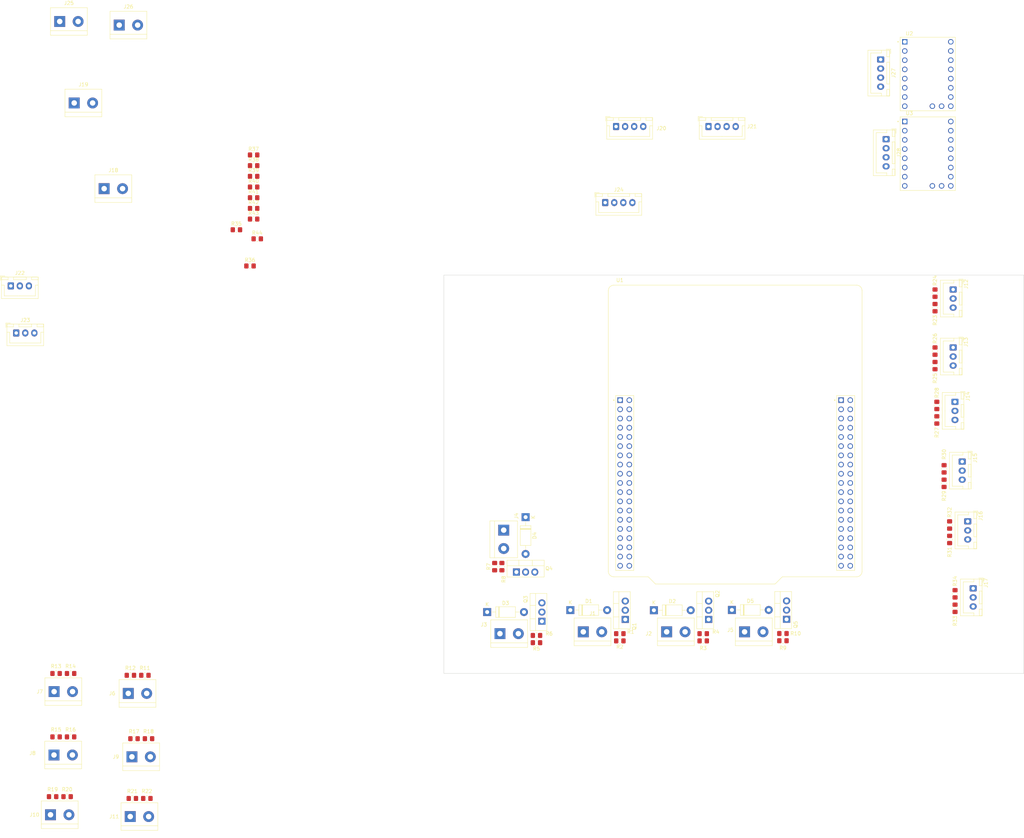
<source format=kicad_pcb>
(kicad_pcb (version 20240108) (generator "pcbnew") (generator_version "8.0")
  (layers (0 "F.Cu" signal) (31 "B.Cu" signal) (34 "B.Paste" user) (35 "F.Paste" user) (36 "B.SilkS" user "B.Silkscreen") (37 "F.SilkS" user "F.Silkscreen") (38 "B.Mask" user) (39 "F.Mask" user) (44 "Edge.Cuts" user))
  (net 0 "")
  (net 1 "+12V")
  (net 2 "Net-(D1-A)")
  (net 3 "Net-(D2-A)")
  (net 4 "Net-(D3-A)")
  (net 5 "Net-(D4-A)")
  (net 6 "Net-(D5-A)")
  (net 7 "+5V")
  (net 8 "Net-(J6-Pin_1)")
  (net 9 "Net-(J7-Pin_1)")
  (net 10 "Net-(J8-Pin_1)")
  (net 11 "Net-(J9-Pin_1)")
  (net 12 "Net-(J10-Pin_1)")
  (net 13 "Net-(J11-Pin_1)")
  (net 14 "Net-(J12-Pin_2)")
  (net 15 "GND")
  (net 16 "Net-(J13-Pin_2)")
  (net 17 "Net-(J14-Pin_2)")
  (net 18 "Net-(J15-Pin_2)")
  (net 19 "Net-(J16-Pin_2)")
  (net 20 "Net-(J17-Pin_2)")
  (net 21 "Net-(J18-Pin_1)")
  (net 22 "Net-(J19-Pin_1)")
  (net 23 "/A levi")
  (net 24 "/B levi")
  (net 25 "/B desni")
  (net 26 "/A desni")
  (net 27 "Net-(J22-Pin_2)")
  (net 28 "/PWM servo")
  (net 29 "/SDA")
  (net 30 "/SCL")
  (net 31 "/M1B_1")
  (net 32 "/M2A_1")
  (net 33 "/M2B_1")
  (net 34 "/M2B_2")
  (net 35 "/M1A_2")
  (net 36 "/M1B_2")
  (net 37 "Net-(Q1-G)")
  (net 38 "Net-(Q2-G)")
  (net 39 "Net-(Q3-G)")
  (net 40 "Net-(Q4-G)")
  (net 41 "Net-(Q5-G)")
  (net 42 "/Pumpa 1")
  (net 43 "/Pumpa 5")
  (net 44 "/Pumpa 2")
  (net 45 "/Pumpa 3")
  (net 46 "/Pumpa 4")
  (net 47 "/GP id")
  (net 48 "/GP il")
  (net 49 "/GP dl")
  (net 50 "/GP dd")
  (net 51 "/GP gl")
  (net 52 "/GP gd")
  (net 53 "/SICK dp")
  (net 54 "/SICK dz")
  (net 55 "/SICK gzl")
  (net 56 "/SICK gzd")
  (net 57 "/SICK gnl")
  (net 58 "/SICK gnd")
  (net 59 "/Boja")
  (net 60 "/STRAT")
  (net 61 "/Cinc")
  (net 62 "Net-(U3-MS1)")
  (net 63 "Net-(U3-MS2)")
  (net 64 "Net-(U2-MS1)")
  (net 65 "Net-(U2-MS2)")
  (net 67 "/TMC EN1")
  (net 68 "/DIR")
  (net 73 "/STEP")
  (net 117 "/M1A_1")
  (net 118 "Net-(J28-Pin_1)")
  (footprint "Package_TO_SOT_THT:TO-220-3_Vertical" (layer "F.Cu") (at 161.54 184.58 90)
    (property "Reference" "Q3" (at 6.08 -4.5 90) (layer "F.SilkS"))
    (property "Value" "IRLZ44N")
    (pad "1" thru_hole rect (at 0 0 90) (size 1.905 2) (drill 1.1) (layers "*.Cu" "*.Mask") (net 39 "Net-(Q3-G)"))
    (pad "2" thru_hole oval (at 2.54 0 90) (size 1.905 2) (drill 1.1) (layers "*.Cu" "*.Mask") (net 4 "Net-(D3-A)"))
    (pad "3" thru_hole oval (at 5.08 0 90) (size 1.905 2) (drill 1.1) (layers "*.Cu" "*.Mask") (net 15 "GND"))
  )
  (footprint "Resistor_SMD:R_0805_2012Metric_Pad1.20x1.40mm_HandSolder" (layer "F.Cu") (at 26.54 233 180)
    (property "Reference" "R19" (at 0 2 360) (layer "F.SilkS"))
    (property "Value" "5k6")
    (pad "1" smd roundrect (at -1 0 180) (size 1.2 1.4) (layers "F.Cu" "F.Paste" "F.Mask") (roundrect_rratio 0.208333) (net 51 "/GP gl"))
    (pad "2" smd roundrect (at 1 0 180) (size 1.2 1.4) (layers "F.Cu" "F.Paste" "F.Mask") (roundrect_rratio 0.208333) (net 12 "Net-(J10-Pin_1)"))
  )
  (footprint "Connector_JST:JST_XH_B3B-XH-A_1x03_P2.50mm_Vertical" (layer "F.Cu") (at 280.525 175.5 -90)
    (property "Reference" "J17" (at -1.5 -3.5 90) (layer "F.SilkS"))
    (property "Value" "Senzor gnd")
    (pad "1" thru_hole roundrect (at 0 0 270) (size 1.7 1.95) (drill 0.95) (layers "*.Cu" "*.Mask") (roundrect_rratio 0.147059) (net 15 "GND"))
    (pad "2" thru_hole oval (at 2.5 0 270) (size 1.7 1.95) (drill 0.95) (layers "*.Cu" "*.Mask") (net 20 "Net-(J17-Pin_2)"))
    (pad "3" thru_hole oval (at 5 0 270) (size 1.7 1.95) (drill 0.95) (layers "*.Cu" "*.Mask") (net 1 "+12V"))
  )
  (footprint "Resistor_SMD:R_0805_2012Metric_Pad1.20x1.40mm_HandSolder" (layer "F.Cu") (at 150.5 169.5 -90)
    (property "Reference" "R8" (at 3.5 -0.5 90) (layer "F.SilkS"))
    (property "Value" "220")
    (pad "1" smd roundrect (at -1 0 270) (size 1.2 1.4) (layers "F.Cu" "F.Paste" "F.Mask") (roundrect_rratio 0.208333) (net 45 "/Pumpa 3"))
    (pad "2" smd roundrect (at 1 0 270) (size 1.2 1.4) (layers "F.Cu" "F.Paste" "F.Mask") (roundrect_rratio 0.208333) (net 40 "Net-(Q4-G)"))
  )
  (footprint "Resistor_SMD:R_0805_2012Metric_Pad1.20x1.40mm_HandSolder" (layer "F.Cu") (at 52.54 233.5 180)
    (property "Reference" "R22" (at 0 2 360) (layer "F.SilkS"))
    (property "Value" "10k")
    (pad "1" smd roundrect (at -1 0 180) (size 1.2 1.4) (layers "F.Cu" "F.Paste" "F.Mask") (roundrect_rratio 0.208333) (net 15 "GND"))
    (pad "2" smd roundrect (at 1 0 180) (size 1.2 1.4) (layers "F.Cu" "F.Paste" "F.Mask") (roundrect_rratio 0.208333) (net 52 "/GP gd"))
  )
  (footprint "TMC2209:TMC2209" (layer "F.Cu") (at 268 55.5)
    (property "Reference" "U3" (at -5.075 -11.155 0) (layer "F.SilkS"))
    (property "Value" "TMC2209")
    (pad "1" thru_hole rect (at -6.35 -8.89) (size 1.508 1.508) (drill 1) (layers "*.Cu" "*.Mask") (net 15 "GND"))
    (pad "2" thru_hole circle (at -6.35 -6.35) (size 1.508 1.508) (drill 1) (layers "*.Cu" "*.Mask") (net 7 "+5V"))
    (pad "3" thru_hole circle (at -6.35 -3.81) (size 1.508 1.508) (drill 1) (layers "*.Cu" "*.Mask") (net 118 "Net-(J28-Pin_1)"))
    (pad "4" thru_hole circle (at -6.35 -1.27) (size 1.508 1.508) (drill 1) (layers "*.Cu" "*.Mask") (net 35 "/M1A_2"))
    (pad "5" thru_hole circle (at -6.35 1.27) (size 1.508 1.508) (drill 1) (layers "*.Cu" "*.Mask") (net 36 "/M1B_2"))
    (pad "6" thru_hole circle (at -6.35 3.81) (size 1.508 1.508) (drill 1) (layers "*.Cu" "*.Mask") (net 34 "/M2B_2"))
    (pad "7" thru_hole circle (at -6.35 6.35) (size 1.508 1.508) (drill 1) (layers "*.Cu" "*.Mask") (net 15 "GND"))
    (pad "8" thru_hole circle (at -6.35 8.89) (size 1.508 1.508) (drill 1) (layers "*.Cu" "*.Mask") (net 1 "+12V"))
    (pad "9" thru_hole circle (at 6.35 -8.89) (size 1.508 1.508) (drill 1) (layers "*.Cu" "*.Mask") (net 68 "/DIR"))
    (pad "10" thru_hole circle (at 6.35 -6.35) (size 1.508 1.508) (drill 1) (layers "*.Cu" "*.Mask") (net 73 "/STEP"))
    (pad "11" thru_hole circle (at 6.35 -3.81) (size 1.508 1.508) (drill 1) (layers "*.Cu" "*.Mask"))
    (pad "12" thru_hole circle (at 6.35 -1.27) (size 1.508 1.508) (drill 1) (layers "*.Cu" "*.Mask"))
    (pad "13" thru_hole circle (at 6.35 1.27) (size 1.508 1.508) (drill 1) (layers "*.Cu" "*.Mask"))
    (pad "14" thru_hole circle (at 6.35 3.81) (size 1.508 1.508) (drill 1) (layers "*.Cu" "*.Mask") (net 63 "Net-(U3-MS2)"))
    (pad "15" thru_hole circle (at 6.35 6.35) (size 1.508 1.508) (drill 1) (layers "*.Cu" "*.Mask") (net 62 "Net-(U3-MS1)"))
    (pad "16" thru_hole circle (at 6.35 8.89) (size 1.508 1.508) (drill 1) (layers "*.Cu" "*.Mask") (net 67 "/TMC EN1"))
    (pad "17" thru_hole circle (at 1.27 8.89) (size 1.508 1.508) (drill 1) (layers "*.Cu" "*.Mask"))
    (pad "18" thru_hole circle (at 3.81 8.89) (size 1.508 1.508) (drill 1) (layers "*.Cu" "*.Mask"))
  )
  (footprint "Resistor_SMD:R_0805_2012Metric_Pad1.20x1.40mm_HandSolder" (layer "F.Cu") (at 228.04 189.96 180)
    (property "Reference" "R9" (at 0 -2 360) (layer "F.SilkS"))
    (property "Value" "10k")
    (pad "1" smd roundrect (at -1 0 180) (size 1.2 1.4) (layers "F.Cu" "F.Paste" "F.Mask") (roundrect_rratio 0.208333) (net 15 "GND"))
    (pad "2" smd roundrect (at 1 0 180) (size 1.2 1.4) (layers "F.Cu" "F.Paste" "F.Mask") (roundrect_rratio 0.208333) (net 46 "/Pumpa 4"))
  )
  (footprint "Resistor_SMD:R_0805_2012Metric_Pad1.20x1.40mm_HandSolder" (layer "F.Cu") (at 272.5 146.5 -90)
    (property "Reference" "R29" (at 3.5 0 90) (layer "F.SilkS"))
    (property "Value" "6k8")
    (pad "1" smd roundrect (at -1 0 270) (size 1.2 1.4) (layers "F.Cu" "F.Paste" "F.Mask") (roundrect_rratio 0.208333) (net 56 "/SICK gzd"))
    (pad "2" smd roundrect (at 1 0 270) (size 1.2 1.4) (layers "F.Cu" "F.Paste" "F.Mask") (roundrect_rratio 0.208333) (net 18 "Net-(J15-Pin_2)"))
  )
  (footprint "Resistor_SMD:R_0805_2012Metric_Pad1.20x1.40mm_HandSolder" (layer "F.Cu") (at 275.525 177 -90)
    (property "Reference" "R34" (at -3.5 0 90) (layer "F.SilkS"))
    (property "Value" "2k2")
    (pad "1" smd roundrect (at -1 0 270) (size 1.2 1.4) (layers "F.Cu" "F.Paste" "F.Mask") (roundrect_rratio 0.208333) (net 15 "GND"))
    (pad "2" smd roundrect (at 1 0 270) (size 1.2 1.4) (layers "F.Cu" "F.Paste" "F.Mask") (roundrect_rratio 0.208333) (net 58 "/SICK gnd"))
  )
  (footprint "Package_TO_SOT_THT:TO-220-3_Vertical" (layer "F.Cu") (at 154.5 171)
    (property "Reference" "Q4" (at 9 -1 360) (layer "F.SilkS"))
    (property "Value" "IRLZ44N")
    (pad "1" thru_hole rect (at 0 0) (size 1.905 2) (drill 1.1) (layers "*.Cu" "*.Mask") (net 40 "Net-(Q4-G)"))
    (pad "2" thru_hole oval (at 2.54 0) (size 1.905 2) (drill 1.1) (layers "*.Cu" "*.Mask") (net 5 "Net-(D4-A)"))
    (pad "3" thru_hole oval (at 5.08 0) (size 1.905 2) (drill 1.1) (layers "*.Cu" "*.Mask") (net 15 "GND"))
  )
  (footprint "Resistor_SMD:R_0805_2012Metric_Pad1.20x1.40mm_HandSolder" (layer "F.Cu") (at 160.04 190.5 180)
    (property "Reference" "R5" (at 0 -1.65 360) (layer "F.SilkS"))
    (property "Value" "10k")
    (pad "1" smd roundrect (at -1 0 180) (size 1.2 1.4) (layers "F.Cu" "F.Paste" "F.Mask") (roundrect_rratio 0.208333) (net 15 "GND"))
    (pad "2" smd roundrect (at 1 0 180) (size 1.2 1.4) (layers "F.Cu" "F.Paste" "F.Mask") (roundrect_rratio 0.208333) (net 44 "/Pumpa 2"))
  )
  (footprint "TerminalBlock:TerminalBlock_bornier-2_P5.08mm" (layer "F.Cu") (at 44.92 20)
    (property "Reference" "J26" (at 2.54 -5.08 0) (layer "F.SilkS"))
    (property "Value" "5V")
    (pad "1" thru_hole rect (at 0 0) (size 3 3) (drill 1.52) (layers "*.Cu" "*.Mask") (net 15 "GND"))
    (pad "2" thru_hole circle (at 5.08 0) (size 3 3) (drill 1.52) (layers "*.Cu" "*.Mask") (net 7 "+5V"))
  )
  (footprint "TerminalBlock:TerminalBlock_bornier-2_P5.08mm" (layer "F.Cu") (at 26.96 204)
    (property "Reference" "J7" (at -3.96 0 0) (layer "F.SilkS"))
    (property "Value" "Granicni prekidac il")
    (pad "1" thru_hole rect (at 0 0) (size 3 3) (drill 1.52) (layers "*.Cu" "*.Mask") (net 9 "Net-(J7-Pin_1)"))
    (pad "2" thru_hole circle (at 5.08 0) (size 3 3) (drill 1.52) (layers "*.Cu" "*.Mask") (net 7 "+5V"))
  )
  (footprint "Connector_JST:JST_XH_B3B-XH-A_1x03_P2.50mm_Vertical" (layer "F.Cu") (at 277.5 140.5 -90)
    (property "Reference" "J15" (at -1 -3.55 90) (layer "F.SilkS"))
    (property "Value" "Senzor gzd")
    (pad "1" thru_hole roundrect (at 0 0 270) (size 1.7 1.95) (drill 0.95) (layers "*.Cu" "*.Mask") (roundrect_rratio 0.147059) (net 15 "GND"))
    (pad "2" thru_hole oval (at 2.5 0 270) (size 1.7 1.95) (drill 0.95) (layers "*.Cu" "*.Mask") (net 18 "Net-(J15-Pin_2)"))
    (pad "3" thru_hole oval (at 5 0 270) (size 1.7 1.95) (drill 0.95) (layers "*.Cu" "*.Mask") (net 1 "+12V"))
  )
  (footprint "Resistor_SMD:R_0805_2012Metric_Pad1.20x1.40mm_HandSolder" (layer "F.Cu") (at 275.525 181 -90)
    (property "Reference" "R33" (at 3.5 0 90) (layer "F.SilkS"))
    (property "Value" "6k8")
    (pad "1" smd roundrect (at -1 0 270) (size 1.2 1.4) (layers "F.Cu" "F.Paste" "F.Mask") (roundrect_rratio 0.208333) (net 58 "/SICK gnd"))
    (pad "2" smd roundrect (at 1 0 270) (size 1.2 1.4) (layers "F.Cu" "F.Paste" "F.Mask") (roundrect_rratio 0.208333) (net 20 "Net-(J17-Pin_2)"))
  )
  (footprint "Package_TO_SOT_THT:TO-220-3_Vertical" (layer "F.Cu") (at 207.54 184.08 90)
    (property "Reference" "Q2" (at 7.08 2.46 90) (layer "F.SilkS"))
    (property "Value" "IRLZ44N")
    (pad "1" thru_hole rect (at 0 0 90) (size 1.905 2) (drill 1.1) (layers "*.Cu" "*.Mask") (net 38 "Net-(Q2-G)"))
    (pad "2" thru_hole oval (at 2.54 0 90) (size 1.905 2) (drill 1.1) (layers "*.Cu" "*.Mask") (net 3 "Net-(D2-A)"))
    (pad "3" thru_hole oval (at 5.08 0 90) (size 1.905 2) (drill 1.1) (layers "*.Cu" "*.Mask") (net 15 "GND"))
  )
  (footprint "Resistor_SMD:R_0805_2012Metric_Pad1.20x1.40mm_HandSolder" (layer "F.Cu") (at 82 55.85)
    (property "Reference" "R37" (at 0 -1.65 0) (layer "F.SilkS"))
    (property "Value" "5k6")
    (pad "1" smd roundrect (at -1 0) (size 1.2 1.4) (layers "F.Cu" "F.Paste" "F.Mask") (roundrect_rratio 0.208333) (net 60 "/STRAT"))
    (pad "2" smd roundrect (at 1 0) (size 1.2 1.4) (layers "F.Cu" "F.Paste" "F.Mask") (roundrect_rratio 0.208333) (net 22 "Net-(J19-Pin_1)"))
  )
  (footprint "Resistor_SMD:R_0805_2012Metric_Pad1.20x1.40mm_HandSolder" (layer "F.Cu") (at 48.54 233.5 180)
    (property "Reference" "R21" (at 0 2 360) (layer "F.SilkS"))
    (property "Value" "5k6")
    (pad "1" smd roundrect (at -1 0 180) (size 1.2 1.4) (layers "F.Cu" "F.Paste" "F.Mask") (roundrect_rratio 0.208333) (net 52 "/GP gd"))
    (pad "2" smd roundrect (at 1 0 180) (size 1.2 1.4) (layers "F.Cu" "F.Paste" "F.Mask") (roundrect_rratio 0.208333) (net 13 "Net-(J11-Pin_1)"))
  )
  (footprint "TerminalBlock:TerminalBlock_bornier-2_P5.08mm" (layer "F.Cu") (at 47.96 238.5)
    (property "Reference" "J11" (at -4.42 0 0) (layer "F.SilkS"))
    (property "Value" "Granicni prekidac gd")
    (pad "1" thru_hole rect (at 0 0) (size 3 3) (drill 1.52) (layers "*.Cu" "*.Mask") (net 13 "Net-(J11-Pin_1)"))
    (pad "2" thru_hole circle (at 5.08 0) (size 3 3) (drill 1.52) (layers "*.Cu" "*.Mask") (net 7 "+5V"))
  )
  (footprint "TerminalBlock:TerminalBlock_bornier-2_P5.08mm" (layer "F.Cu") (at 32.5 41.5)
    (property "Reference" "J19" (at 2.54 -5.08 0) (layer "F.SilkS"))
    (property "Value" "Prekidac za strategije")
    (pad "1" thru_hole rect (at 0 0) (size 3 3) (drill 1.52) (layers "*.Cu" "*.Mask") (net 22 "Net-(J19-Pin_1)"))
    (pad "2" thru_hole circle (at 5.08 0) (size 3 3) (drill 1.52) (layers "*.Cu" "*.Mask") (net 7 "+5V"))
  )
  (footprint "Resistor_SMD:R_0805_2012Metric_Pad1.20x1.40mm_HandSolder" (layer "F.Cu") (at 270 114 -90)
    (property "Reference" "R25" (at 3.5 0 90) (layer "F.SilkS"))
    (property "Value" "6k8")
    (pad "1" smd roundrect (at -1 0 270) (size 1.2 1.4) (layers "F.Cu" "F.Paste" "F.Mask") (roundrect_rratio 0.208333) (net 54 "/SICK dz"))
    (pad "2" smd roundrect (at 1 0 270) (size 1.2 1.4) (layers "F.Cu" "F.Paste" "F.Mask") (roundrect_rratio 0.208333) (net 16 "Net-(J13-Pin_2)"))
  )
  (footprint "Resistor_SMD:R_0805_2012Metric_Pad1.20x1.40mm_HandSolder" (layer "F.Cu") (at 77.25 76.5)
    (property "Reference" "R35" (at 0 -1.65 0) (layer "F.SilkS"))
    (property "Value" "5k6")
    (pad "1" smd roundrect (at -1 0) (size 1.2 1.4) (layers "F.Cu" "F.Paste" "F.Mask") (roundrect_rratio 0.208333) (net 59 "/Boja"))
    (pad "2" smd roundrect (at 1 0) (size 1.2 1.4) (layers "F.Cu" "F.Paste" "F.Mask") (roundrect_rratio 0.208333) (net 21 "Net-(J18-Pin_1)"))
  )
  (footprint "Resistor_SMD:R_0805_2012Metric_Pad1.20x1.40mm_HandSolder" (layer "F.Cu") (at 206.04 188)
    (property "Reference" "R4" (at 3.5 -0.5 360) (layer "F.SilkS"))
    (property "Value" "220")
    (pad "1" smd roundrect (at -1 0) (size 1.2 1.4) (layers "F.Cu" "F.Paste" "F.Mask") (roundrect_rratio 0.208333) (net 43 "/Pumpa 5"))
    (pad "2" smd roundrect (at 1 0) (size 1.2 1.4) (layers "F.Cu" "F.Paste" "F.Mask") (roundrect_rratio 0.208333) (net 38 "Net-(Q2-G)"))
  )
  (footprint "TerminalBlock:TerminalBlock_bornier-2_P5.08mm" (layer "F.Cu") (at 172.96 187.5)
    (property "Reference" "J1" (at 2.54 -5.08 360) (layer "F.SilkS"))
    (property "Value" "PUMPA1")
    (pad "1" thru_hole rect (at 0 0) (size 3 3) (drill 1.52) (layers "*.Cu" "*.Mask") (net 1 "+12V"))
    (pad "2" thru_hole circle (at 5.08 0) (size 3 3) (drill 1.52) (layers "*.Cu" "*.Mask") (net 2 "Net-(D1-A)"))
  )
  (footprint "Resistor_SMD:R_0805_2012Metric_Pad1.20x1.40mm_HandSolder" (layer "F.Cu") (at 83 79)
    (property "Reference" "R44" (at 0 -1.65 0) (layer "F.SilkS"))
    (property "Value" "10k")
    (pad "1" smd roundrect (at -1 0) (size 1.2 1.4) (layers "F.Cu" "F.Paste" "F.Mask") (roundrect_rratio 0.208333) (net 15 "GND"))
    (pad "2" smd roundrect (at 1 0) (size 1.2 1.4) (layers "F.Cu" "F.Paste" "F.Mask") (roundrect_rratio 0.208333) (net 65 "Net-(U2-MS2)"))
  )
  (footprint "Connector_JST:JST_XH_B4B-XH-A_1x04_P2.50mm_Vertical" (layer "F.Cu") (at 256.5 51.5 -90)
    (property "Reference" "J28" (at 3.75 -3.55 90) (layer "F.SilkS"))
    (property "Value" "TMC2209_2")
    (pad "1" thru_hole roundrect (at 0 0 270) (size 1.7 1.95) (drill 0.95) (layers "*.Cu" "*.Mask") (roundrect_rratio 0.147059) (net 118 "Net-(J28-Pin_1)"))
    (pad "2" thru_hole oval (at 2.5 0 270) (size 1.7 1.95) (drill 0.95) (layers "*.Cu" "*.Mask") (net 35 "/M1A_2"))
    (pad "3" thru_hole oval (at 5 0 270) (size 1.7 1.95) (drill 0.95) (layers "*.Cu" "*.Mask") (net 36 "/M1B_2"))
    (pad "4" thru_hole oval (at 7.5 0 270) (size 1.7 1.95) (drill 0.95) (layers "*.Cu" "*.Mask") (net 34 "/M2B_2"))
  )
  (footprint "TerminalBlock:TerminalBlock_bornier-2_P5.08mm" (layer "F.Cu") (at 195.96 187.5)
    (property "Reference" "J2" (at -4.96 0.5 360) (layer "F.SilkS"))
    (property "Value" "PUMPA ZA DASKE")
    (pad "1" thru_hole rect (at 0 0) (size 3 3) (drill 1.52) (layers "*.Cu" "*.Mask") (net 1 "+12V"))
    (pad "2" thru_hole circle (at 5.08 0) (size 3 3) (drill 1.52) (layers "*.Cu" "*.Mask") (net 3 "Net-(D2-A)"))
  )
  (footprint "TerminalBlock:TerminalBlock_bornier-2_P5.08mm" (layer "F.Cu") (at 151 159.42 -90)
    (property "Reference" "J4" (at -3.92 -3.5 90) (layer "F.SilkS"))
    (property "Value" "PUMPA3")
    (pad "1" thru_hole rect (at 0 0 270) (size 3 3) (drill 1.52) (layers "*.Cu" "*.Mask") (net 1 "+12V"))
    (pad "2" thru_hole circle (at 5.08 0 270) (size 3 3) (drill 1.52) (layers "*.Cu" "*.Mask") (net 5 "Net-(D4-A)"))
  )
  (footprint "Connector_JST:JST_XH_B3B-XH-A_1x03_P2.50mm_Vertical" (layer "F.Cu") (at 15 92)
    (property "Reference" "J22" (at 2.5 -3.55 0) (layer "F.SilkS"))
    (property "Value" "Cinc")
    (pad "1" thru_hole roundrect (at 0 0) (size 1.7 1.95) (drill 0.95) (layers "*.Cu" "*.Mask") (roundrect_rratio 0.147059) (net 15 "GND"))
    (pad "2" thru_hole oval (at 2.5 0) (size 1.7 1.95) (drill 0.95) (layers "*.Cu" "*.Mask") (net 27 "Net-(J22-Pin_2)"))
    (pad "3" thru_hole oval (at 5 0) (size 1.7 1.95) (drill 0.95) (layers "*.Cu" "*.Mask") (net 7 "+5V"))
  )
  (footprint "Resistor_SMD:R_0805_2012Metric_Pad1.20x1.40mm_HandSolder" (layer "F.Cu") (at 183.04 190 180)
    (property "Reference" "R2" (at 0 -1.65 360) (layer "F.SilkS"))
    (property "Value" "10k")
    (pad "1" smd roundrect (at -1 0 180) (size 1.2 1.4) (layers "F.Cu" "F.Paste" "F.Mask") (roundrect_rratio 0.208333) (net 15 "GND"))
    (pad "2" smd roundrect (at 1 0 180) (size 1.2 1.4) (layers "F.Cu" "F.Paste" "F.Mask") (roundrect_rratio 0.208333) (net 42 "/Pumpa 1"))
  )
  (footprint "Connector_JST:JST_XH_B3B-XH-A_1x03_P2.50mm_Vertical" (layer "F.Cu") (at 16.5 105)
    (property "Reference" "J23" (at 2.5 -3.55 0) (layer "F.SilkS"))
    (property "Value" "Servo")
    (pad "1" thru_hole roundrect (at 0 0) (size 1.7 1.95) (drill 0.95) (layers "*.Cu" "*.Mask") (roundrect_rratio 0.147059) (net 15 "GND"))
    (pad "2" thru_hole oval (at 2.5 0) (size 1.7 1.95) (drill 0.95) (layers "*.Cu" "*.Mask") (net 28 "/PWM servo"))
    (pad "3" thru_hole oval (at 5 0) (size 1.7 1.95) (drill 0.95) (layers "*.Cu" "*.Mask") (net 7 "+5V"))
  )
  (footprint "Connector_JST:JST_XH_B4B-XH-A_1x04_P2.50mm_Vertical" (layer "F.Cu") (at 255 29.5 -90)
    (property "Reference" "J27" (at 3.75 -3.55 90) (layer "F.SilkS"))
    (property "Value" "TMC2209_1")
    (pad "1" thru_hole roundrect (at 0 0 270) (size 1.7 1.95) (drill 0.95) (layers "*.Cu" "*.Mask") (roundrect_rratio 0.147059) (net 117 "/M1A_1"))
    (pad "2" thru_hole oval (at 2.5 0 270) (size 1.7 1.95) (drill 0.95) (layers "*.Cu" "*.Mask") (net 32 "/M2A_1"))
    (pad "3" thru_hole oval (at 5 0 270) (size 1.7 1.95) (drill 0.95) (layers "*.Cu" "*.Mask") (net 31 "/M1B_1"))
    (pad "4" thru_hole oval (at 7.5 0 270) (size 1.7 1.95) (drill 0.95) (layers "*.Cu" "*.Mask") (net 33 "/M2B_1"))
  )
  (footprint "Resistor_SMD:R_0805_2012Metric_Pad1.20x1.40mm_HandSolder" (layer "F.Cu") (at 31.5 199 180)
    (property "Reference" "R14" (at 0 2 360) (layer "F.SilkS"))
    (property "Value" "10k")
    (pad "1" smd roundrect (at -1 0 180) (size 1.2 1.4) (layers "F.Cu" "F.Paste" "F.Mask") (roundrect_rratio 0.208333) (net 15 "GND"))
    (pad "2" smd roundrect (at 1 0 180) (size 1.2 1.4) (layers "F.Cu" "F.Paste" "F.Mask") (roundrect_rratio 0.208333) (net 48 "/GP il"))
  )
  (footprint "TerminalBlock:TerminalBlock_bornier-2_P5.08mm" (layer "F.Cu") (at 40.76 65.15)
    (property "Reference" "J18" (at 2.54 -5.08 0) (layer "F.SilkS"))
    (property "Value" "Prekidac za boje")
    (pad "1" thru_hole rect (at 0 0) (size 3 3) (drill 1.52) (layers "*.Cu" "*.Mask") (net 21 "Net-(J18-Pin_1)"))
    (pad "2" thru_hole circle (at 5.08 0) (size 3 3) (drill 1.52) (layers "*.Cu" "*.Mask") (net 7 "+5V"))
  )
  (footprint "Resistor_SMD:R_0805_2012Metric_Pad1.20x1.40mm_HandSolder" (layer "F.Cu") (at 270.5 125 -90)
    (property "Reference" "R28" (at -3.5 0 90) (layer "F.SilkS"))
    (property "Value" "2k2")
    (pad "1" smd roundrect (at -1 0 270) (size 1.2 1.4) (layers "F.Cu" "F.Paste" "F.Mask") (roundrect_rratio 0.208333) (net 15 "GND"))
    (pad "2" smd roundrect (at 1 0 270) (size 1.2 1.4) (layers "F.Cu" "F.Paste" "F.Mask") (roundrect_rratio 0.208333) (net 55 "/SICK gzl"))
  )
  (footprint "Resistor_SMD:R_0805_2012Metric_Pad1.20x1.40mm_HandSolder" (layer "F.Cu") (at 160.04 188.5)
    (property "Reference" "R6" (at 3.5 -0.5 360) (layer "F.SilkS"))
    (property "Value" "220")
    (pad "1" smd roundrect (at -1 0) (size 1.2 1.4) (layers "F.Cu" "F.Paste" "F.Mask") (roundrect_rratio 0.208333) (net 44 "/Pumpa 2"))
    (pad "2" smd roundrect (at 1 0) (size 1.2 1.4) (layers "F.Cu" "F.Paste" "F.Mask") (roundrect_rratio 0.208333) (net 39 "Net-(Q3-G)"))
  )
  (footprint "Resistor_SMD:R_0805_2012Metric_Pad1.20x1.40mm_HandSolder" (layer "F.Cu") (at 272.5 142.5 -90)
    (property "Reference" "R30" (at -4 0 90) (layer "F.SilkS"))
    (property "Value" "2k2")
    (pad "1" smd roundrect (at -1 0 270) (size 1.2 1.4) (layers "F.Cu" "F.Paste" "F.Mask") (roundrect_rratio 0.208333) (net 15 "GND"))
    (pad "2" smd roundrect (at 1 0 270) (size 1.2 1.4) (layers "F.Cu" "F.Paste" "F.Mask") (roundrect_rratio 0.208333) (net 56 "/SICK gzd"))
  )
  (footprint "Resistor_SMD:R_0805_2012Metric_Pad1.20x1.40mm_HandSolder" (layer "F.Cu") (at 53 217 180)
    (property "Reference" "R18" (at 0 2 360) (layer "F.SilkS"))
    (property "Value" "10k")
    (pad "1" smd roundrect (at -1 0 180) (size 1.2 1.4) (layers "F.Cu" "F.Paste" "F.Mask") (roundrect_rratio 0.208333) (net 15 "GND"))
    (pad "2" smd roundrect (at 1 0 180) (size 1.2 1.4) (layers "F.Cu" "F.Paste" "F.Mask") (roundrect_rratio 0.208333) (net 50 "/GP dd"))
  )
  (footprint "Resistor_SMD:R_0805_2012Metric_Pad1.20x1.40mm_HandSolder" (layer "F.Cu") (at 82 61.75)
    (property "Reference" "R39" (at 0 -1.65 0) (layer "F.SilkS"))
    (property "Value" "5k6")
    (pad "1" smd roundrect (at -1 0) (size 1.2 1.4) (layers "F.Cu" "F.Paste" "F.Mask") (roundrect_rratio 0.208333) (net 61 "/Cinc"))
    (pad "2" smd roundrect (at 1 0) (size 1.2 1.4) (layers "F.Cu" "F.Paste" "F.Mask") (roundrect_rratio 0.208333) (net 27 "Net-(J22-Pin_2)"))
  )
  (footprint "Resistor_SMD:R_0805_2012Metric_Pad1.20x1.40mm_HandSolder" (layer "F.Cu") (at 270 94 -90)
    (property "Reference" "R24" (at -3.5 0 90) (layer "F.SilkS"))
    (property "Value" "2k2")
    (pad "1" smd roundrect (at -1 0 270) (size 1.2 1.4) (layers "F.Cu" "F.Paste" "F.Mask") (roundrect_rratio 0.208333) (net 15 "GND"))
    (pad "2" smd roundrect (at 1 0 270) (size 1.2 1.4) (layers "F.Cu" "F.Paste" "F.Mask") (roundrect_rratio 0.208333) (net 53 "/SICK dp"))
  )
  (footprint "TerminalBlock:TerminalBlock_bornier-2_P5.08mm" (layer "F.Cu") (at 26.92 221.5)
    (property "Reference" "J8" (at -5.92 -0.5 0) (layer "F.SilkS"))
    (property "Value" "Granicni prekidac dl")
    (pad "1" thru_hole rect (at 0 0) (size 3 3) (drill 1.52) (layers "*.Cu" "*.Mask") (net 10 "Net-(J8-Pin_1)"))
    (pad "2" thru_hole circle (at 5.08 0) (size 3 3) (drill 1.52) (layers "*.Cu" "*.Mask") (net 7 "+5V"))
  )
  (footprint "Resistor_SMD:R_0805_2012Metric_Pad1.20x1.40mm_HandSolder" (layer "F.Cu") (at 274.025 162 -90)
    (property "Reference" "R31" (at 3.5 0 90) (layer "F.SilkS"))
    (property "Value" "6k8")
    (pad "1" smd roundrect (at -1 0 270) (size 1.2 1.4) (layers "F.Cu" "F.Paste" "F.Mask") (roundrect_rratio 0.208333) (net 57 "/SICK gnl"))
    (pad "2" smd roundrect (at 1 0 270) (size 1.2 1.4) (layers "F.Cu" "F.Paste" "F.Mask") (roundrect_rratio 0.208333) (net 19 "Net-(J16-Pin_2)"))
  )
  (footprint "Resistor_SMD:R_0805_2012Metric_Pad1.20x1.40mm_HandSolder" (layer "F.Cu") (at 228.04 187.96)
    (property "Reference" "R10" (at 3.5 0 360) (layer "F.SilkS"))
    (property "Value" "220")
    (pad "1" smd roundrect (at -1 0) (size 1.2 1.4) (layers "F.Cu" "F.Paste" "F.Mask") (roundrect_rratio 0.208333) (net 46 "/Pumpa 4"))
    (pad "2" smd roundrect (at 1 0) (size 1.2 1.4) (layers "F.Cu" "F.Paste" "F.Mask") (roundrect_rratio 0.208333) (net 41 "Net-(Q5-G)"))
  )
  (footprint "TMC2209:TMC2209" (layer "F.Cu") (at 268 33.5)
    (property "Reference" "U2" (at -5.075 -11.155 0) (layer "F.SilkS"))
    (property "Value" "TMC2209")
    (pad "1" thru_hole rect (at -6.35 -8.89) (size 1.508 1.508) (drill 1) (layers "*.Cu" "*.Mask") (net 15 "GND"))
    (pad "2" thru_hole circle (at -6.35 -6.35) (size 1.508 1.508) (drill 1) (layers "*.Cu" "*.Mask") (net 7 "+5V"))
    (pad "3" thru_hole circle (at -6.35 -3.81) (size 1.508 1.508) (drill 1) (layers "*.Cu" "*.Mask") (net 117 "/M1A_1"))
    (pad "4" thru_hole circle (at -6.35 -1.27) (size 1.508 1.508) (drill 1) (layers "*.Cu" "*.Mask") (net 32 "/M2A_1"))
    (pad "5" thru_hole circle (at -6.35 1.27) (size 1.508 1.508) (drill 1) (layers "*.Cu" "*.Mask") (net 31 "/M1B_1"))
    (pad "6" thru_hole circle (at -6.35 3.81) (size 1.508 1.508) (drill 1) (layers "*.Cu" "*.Mask") (net 33 "/M2B_1"))
    (pad "7" thru_hole circle (at -6.35 6.35) (size 1.508 1.508) (drill 1) (layers "*.Cu" "*.Mask") (net 15 "GND"))
    (pad "8" thru_hole circle (at -6.35 8.89) (size 1.508 1.508) (drill 1) (layers "*.Cu" "*.Mask") (net 1 "+12V"))
    (pad "9" thru_hole circle (at 6.35 -8.89) (size 1.508 1.508) (drill 1) (layers "*.Cu" "*.Mask") (net 68 "/DIR"))
    (pad "10" thru_hole circle (at 6.35 -6.35) (size 1.508 1.508) (drill 1) (layers "*.Cu" "*.Mask") (net 73 "/STEP"))
    (pad "11" thru_hole circle (at 6.35 -3.81) (size 1.508 1.508) (drill 1) (layers "*.Cu" "*.Mask"))
    (pad "12" thru_hole circle (at 6.35 -1.27) (size 1.508 1.508) (drill 1) (layers "*.Cu" "*.Mask"))
    (pad "13" thru_hole circle (at 6.35 1.27) (size 1.508 1.508) (drill 1) (layers "*.Cu" "*.Mask"))
    (pad "14" thru_hole circle (at 6.35 3.81) (size 1.508 1.508) (drill 1) (layers "*.Cu" "*.Mask") (net 65 "Net-(U2-MS2)"))
    (pad "15" thru_hole circle (at 6.35 6.35) (size 1.508 1.508) (drill 1) (layers "*.Cu" "*.Mask") (net 64 "Net-(U2-MS1)"))
    (pad "16" thru_hole circle (at 6.35 8.89) (size 1.508 1.508) (drill 1) (layers "*.Cu" "*.Mask") (net 67 "/TMC EN1"))
    (pad "17" thru_hole circle (at 1.27 8.89) (size 1.508 1.508) (drill 1) (layers "*.Cu" "*.Mask"))
    (pad "18" thru_hole circle (at 3.81 8.89) (size 1.508 1.508) (drill 1) (layers "*.Cu" "*.Mask"))
  )
  (footprint "Connector_JST:JST_XH_B4B-XH-A_1x04_P2.50mm_Vertical" (layer "F.Cu") (at 182 48)
    (property "Reference" "J20" (at 12.5 0.5 0) (layer "F.SilkS"))
    (property "Value" "Enkoder levi")
    (pad "1" thru_hole roundrect (at 0 0) (size 1.7 1.95) (drill 0.95) (layers "*.Cu" "*.Mask") (roundrect_rratio 0.147059) (net 15 "GND"))
    (pad "2" thru_hole oval (at 2.5 0) (size 1.7 1.95) (drill 0.95) (layers "*.Cu" "*.Mask") (net 23 "/A levi"))
    (pad "3" thru_hole oval (at 5 0) (size 1.7 1.95) (drill 0.95) (layers "*.Cu" "*.Mask") (net 7 "+5V"))
    (pad "4" thru_hole oval (at 7.5 0) (size 1.7 1.95) (drill 0.95) (layers "*.Cu" "*.Mask") (net 24 "/B levi"))
  )
  (footprint "Connector_JST:JST_XH_B4B-XH-A_1x04_P2.50mm_Vertical" (layer "F.Cu") (at 179 69)
    (property "Reference" "J24" (at 3.75 -3.55 0) (layer "F.SilkS"))
    (property "Value" "LCD")
    (pad "1" thru_hole roundrect (at 0 0) (size 1.7 1.95) (drill 0.95) (layers "*.Cu" "*.Mask") (roundrect_rratio 0.147059) (net 15 "GND"))
    (pad "2" thru_hole oval (at 2.5 0) (size 1.7 1.95) (drill 0.95) (layers "*.Cu" "*.Mask") (net 29 "/SDA"))
    (pad "3" thru_hole oval (at 5 0) (size 1.7 1.95) (drill 0.95) (layers "*.Cu" "*.Mask") (net 30 "/SCL"))
    (pad "4" thru_hole oval (at 7.5 0) (size 1.7 1.95) (drill 0.95) (layers "*.Cu" "*.Mask") (net 7 "+5V"))
  )
  (footprint "Resistor_SMD:R_0805_2012Metric_Pad1.20x1.40mm_HandSolder" (layer "F.Cu") (at 148.5 169.5 90)
    (property "Reference" "R7" (at 0 -1.65 90) (layer "F.SilkS"))
    (property "Value" "10k")
    (pad "1" smd roundrect (at -1 0 90) (size 1.2 1.4) (layers "F.Cu" "F.Paste" "F.Mask") (roundrect_rratio 0.208333) (net 15 "GND"))
    (pad "2" smd roundrect (at 1 0 90) (size 1.2 1.4) (layers "F.Cu" "F.Paste" "F.Mask") (roundrect_rratio 0.208333) (net 45 "/Pumpa 3"))
  )
  (footprint "Resistor_SMD:R_0805_2012Metric_Pad1.20x1.40mm_HandSolder" (layer "F.Cu") (at 270.5 129 -90)
    (property "Reference" "R27" (at 3.5 0 90) (layer "F.SilkS"))
    (property "Value" "6k8")
    (pad "1" smd roundrect (at -1 0 270) (size 1.2 1.4) (layers "F.Cu" "F.Paste" "F.Mask") (roundrect_rratio 0.208333) (net 55 "/SICK gzl"))
    (pad "2" smd roundrect (at 1 0 270) (size 1.2 1.4) (layers "F.Cu" "F.Paste" "F.Mask") (roundrect_rratio 0.208333) (net 17 "Net-(J14-Pin_2)"))
  )
  (footprint "Connector_JST:JST_XH_B3B-XH-A_1x03_P2.50mm_Vertical" (layer "F.Cu") (at 279.025 157 -90)
    (property "Reference" "J16" (at -1.5 -3.55 90) (layer "F.SilkS"))
    (property "Value" "Senzor gnl")
    (pad "1" thru_hole roundrect (at 0 0 270) (size 1.7 1.95) (drill 0.95) (layers "*.Cu" "*.Mask") (roundrect_rratio 0.147059) (net 15 "GND"))
    (pad "2" thru_hole oval (at 2.5 0 270) (size 1.7 1.95) (drill 0.95) (layers "*.Cu" "*.Mask") (net 19 "Net-(J16-Pin_2)"))
    (pad "3" thru_hole oval (at 5 0 270) (size 1.7 1.95) (drill 0.95) (layers "*.Cu" "*.Mask") (net 1 "+12V"))
  )
  (footprint "Resistor_SMD:R_0805_2012Metric_Pad1.20x1.40mm_HandSolder" (layer "F.Cu") (at 81 86.5)
    (property "Reference" "R36" (at 0 -1.65 0) (layer "F.SilkS"))
    (property "Value" "10k")
    (pad "1" smd roundrect (at -1 0) (size 1.2 1.4) (layers "F.Cu" "F.Paste" "F.Mask") (roundrect_rratio 0.208333) (net 15 "GND"))
    (pad "2" smd roundrect (at 1 0) (size 1.2 1.4) (layers "F.Cu" "F.Paste" "F.Mask") (roundrect_rratio 0.208333) (net 59 "/Boja"))
  )
  (footprint "Resistor_SMD:R_0805_2012Metric_Pad1.20x1.40mm_HandSolder" (layer "F.Cu") (at 82 67.65)
    (property "Reference" "R41" (at 0 -1.65 0) (layer "F.SilkS"))
    (property "Value" "10k")
    (pad "1" smd roundrect (at -1 0) (size 1.2 1.4) (layers "F.Cu" "F.Paste" "F.Mask") (roundrect_rratio 0.208333) (net 15 "GND"))
    (pad "2" smd roundrect (at 1 0) (size 1.2 1.4) (layers "F.Cu" "F.Paste" "F.Mask") (roundrect_rratio 0.208333) (net 62 "Net-(U3-MS1)"))
  )
  (footprint "Package_TO_SOT_THT:TO-220-3_Vertical" (layer "F.Cu") (at 184.54 184.08 90)
    (property "Reference" "Q1" (at -1.92 2.5 90) (layer "F.SilkS"))
    (property "Value" "IRLZ44N")
    (pad "1" thru_hole rect (at 0 0 90) (size 1.905 2) (drill 1.1) (layers "*.Cu" "*.Mask") (net 37 "Net-(Q1-G)"))
    (pad "2" thru_hole oval (at 2.54 0 90) (size 1.905 2) (drill 1.1) (layers "*.Cu" "*.Mask") (net 2 "Net-(D1-A)"))
    (pad "3" thru_hole oval (at 5.08 0 90) (size 1.905 2) (drill 1.1) (layers "*.Cu" "*.Mask") (net 15 "GND"))
  )
  (footprint "TerminalBlock:TerminalBlock_bornier-2_P5.08mm" (layer "F.Cu") (at 28.5 19)
    (property "Reference" "J25" (at 2.54 -5.08 0) (layer "F.SilkS"))
    (property "Value" "12V")
    (pad "1" thru_hole rect (at 0 0) (size 3 3) (drill 1.52) (layers "*.Cu" "*.Mask") (net 15 "GND"))
    (pad "2" thru_hole circle (at 5.08 0) (size 3 3) (drill 1.52) (layers "*.Cu" "*.Mask") (net 1 "+12V"))
  )
  (footprint "Resistor_SMD:R_0805_2012Metric_Pad1.20x1.40mm_HandSolder" (layer "F.Cu") (at 82 64.7)
    (property "Reference" "R40" (at 0 -1.65 0) (layer "F.SilkS"))
    (property "Value" "10k")
    (pad "1" smd roundrect (at -1 0) (size 1.2 1.4) (layers "F.Cu" "F.Paste" "F.Mask") (roundrect_rratio 0.208333) (net 15 "GND"))
    (pad "2" smd roundrect (at 1 0) (size 1.2 1.4) (layers "F.Cu" "F.Paste" "F.Mask") (roundrect_rratio 0.208333) (net 61 "/Cinc"))
  )
  (footprint "Resistor_SMD:R_0805_2012Metric_Pad1.20x1.40mm_HandSolder" (layer "F.Cu") (at 30.54 233 180)
    (property "Reference" "R20" (at 0 2 360) (layer "F.SilkS"))
    (property "Value" "10k")
    (pad "1" smd roundrect (at -1 0 180) (size 1.2 1.4) (layers "F.Cu" "F.Paste" "F.Mask") (roundrect_rratio 0.208333) (net 15 "GND"))
    (pad "2" smd roundrect (at 1 0 180) (size 1.2 1.4) (layers "F.Cu" "F.Paste" "F.Mask") (roundrect_rratio 0.208333) (net 51 "/GP gl"))
  )
  (footprint "Resistor_SMD:R_0805_2012Metric_Pad1.20x1.40mm_HandSolder" (layer "F.Cu") (at 183.04 188)
    (property "Reference" "R1" (at 3 -0.5 360) (layer "F.SilkS"))
    (property "Value" "220")
    (pad "1" smd roundrect (at -1 0) (size 1.2 1.4) (layers "F.Cu" "F.Paste" "F.Mask") (roundrect_rratio 0.208333) (net 42 "/Pumpa 1"))
    (pad "2" smd roundrect (at 1 0) (size 1.2 1.4) (layers "F.Cu" "F.Paste" "F.Mask") (roundrect_rratio 0.208333) (net 37 "Net-(Q1-G)"))
  )
  (footprint "TerminalBlock:TerminalBlock_bornier-2_P5.08mm" (layer "F.Cu") (at 149.96 188)
    (property "Reference" "J3" (at -4.42 -2.5 360) (layer "F.SilkS"))
    (property "Value" "PUMPA2")
    (pad "1" thru_hole rect (at 0 0) (size 3 3) (drill 1.52) (layers "*.Cu" "*.Mask") (net 1 "+12V"))
    (pad "2" thru_hole circle (at 5.08 0) (size 3 3) (drill 1.52) (layers "*.Cu" "*.Mask") (net 4 "Net-(D3-A)"))
  )
  (footprint "Package_TO_SOT_THT:TO-220-3_Vertical" (layer "F.Cu") (at 229.04 184.04 90)
    (property "Reference" "Q5" (at -1.46 2.5 90) (layer "F.SilkS"))
    (property "Value" "IRLZ44N")
    (pad "1" thru_hole rect (at 0 0 90) (size 1.905 2) (drill 1.1) (layers "*.Cu" "*.Mask") (net 41 "Net-(Q5-G)"))
    (pad "2" thru_hole oval (at 2.54 0 90) (size 1.905 2) (drill 1.1) (layers "*.Cu" "*.Mask") (net 6 "Net-(D5-A)"))
    (pad "3" thru_hole oval (at 5.08 0 90) (size 1.905 2) (drill 1.1) (layers "*.Cu" "*.Mask") (net 15 "GND"))
  )
  (footprint "Connector_JST:JST_XH_B3B-XH-A_1x03_P2.50mm_Vertical" (layer "F.Cu") (at 275.5 124 -90)
    (property "Reference" "J14" (at -1.5 -3.55 90) (layer "F.SilkS"))
    (property "Value" "Senzor gzl")
    (pad "1" thru_hole roundrect (at 0 0 270) (size 1.7 1.95) (drill 0.95) (layers "*.Cu" "*.Mask") (roundrect_rratio 0.147059) (net 15 "GND"))
    (pad "2" thru_hole oval (at 2.5 0 270) (size 1.7 1.95) (drill 0.95) (layers "*.Cu" "*.Mask") (net 17 "Net-(J14-Pin_2)"))
    (pad "3" thru_hole oval (at 5 0 270) (size 1.7 1.95) (drill 0.95) (layers "*.Cu" "*.Mask") (net 1 "+12V"))
  )
  (footprint "Diode_THT:D_DO-41_SOD81_P10.16mm_Horizontal" (layer "F.Cu") (at 157.04 155.84 -90)
    (property "Reference" "D4" (at 5.08 -2.47 90) (layer "F.SilkS"))
    (property "Value" "1N4007")
    (fp_text user "K" (at 0 -2.1 90) (layer "F.SilkS"))
    (pad "1" thru_hole rect (at 0 0 270) (size 2.2 2.2) (drill 1.1) (layers "*.Cu" "*.Mask") (net 1 "+12V"))
    (pad "2" thru_hole oval (at 10.16 0 270) (size 2.2 2.2) (drill 1.1) (layers "*.Cu" "*.Mask") (net 5 "Net-(D4-A)"))
  )
  (footprint "Resistor_SMD:R_0805_2012Metric_Pad1.20x1.40mm_HandSolder" (layer "F.Cu") (at 82 70.6)
    (property "Reference" "R42" (at 0 -1.65 0) (layer "F.SilkS"))
    (property "Value" "10k")
    (pad "1" smd roundrect (at -1 0) (size 1.2 1.4) (layers "F.Cu" "F.Paste" "F.Mask") (roundrect_rratio 0.208333) (net 15 "GND"))
    (pad "2" smd roundrect (at 1 0) (size 1.2 1.4) (layers "F.Cu" "F.Paste" "F.Mask") (roundrect_rratio 0.208333) (net 63 "Net-(U3-MS2)"))
  )
  (footprint "Connector_JST:JST_XH_B3B-XH-A_1x03_P2.50mm_Vertical" (layer "F.Cu") (at 275 93 -90)
    (property "Reference" "J12" (at -1.5 -3.55 90) (layer "F.SilkS"))
    (property "Value" "Senzor dp")
    (pad "1" thru_hole roundrect (at 0 0 270) (size 1.7 1.95) (drill 0.95) (layers "*.Cu" "*.Mask") (roundrect_rratio 0.147059) (net 15 "GND"))
    (pad "2" thru_hole oval (at 2.5 0 270) (size 1.7 1.95) (drill 0.95) (layers "*.Cu" "*.Mask") (net 14 "Net-(J12-Pin_2)"))
    (pad "3" thru_hole oval (at 5 0 270) (size 1.7 1.95) (drill 0.95) (layers "*.Cu" "*.Mask") (net 1 "+12V"))
  )
  (footprint "Resistor_SMD:R_0805_2012Metric_Pad1.20x1.40mm_HandSolder" (layer "F.Cu") (at 27.5 216.5 180)
    (property "Reference" "R15" (at 0 2 360) (layer "F.SilkS"))
    (property "Value" "5k6")
    (pad "1" smd roundrect (at -1 0 180) (size 1.2 1.4) (layers "F.Cu" "F.Paste" "F.Mask") (roundrect_rratio 0.208333) (net 49 "/GP dl"))
    (pad "2" smd roundrect (at 1 0 180) (size 1.2 1.4) (layers "F.Cu" "F.Paste" "F.Mask") (roundrect_rratio 0.208333) (net 10 "Net-(J8-Pin_1)"))
  )
  (footprint "Resistor_SMD:R_0805_2012Metric_Pad1.20x1.40mm_HandSolder" (layer "F.Cu") (at 270 98 -90)
    (property "Reference" "R23" (at 3.5 0 90) (layer "F.SilkS"))
    (property "Value" "6k8")
    (pad "1" smd roundrect (at -1 0 270) (size 1.2 1.4) (layers "F.Cu" "F.Paste" "F.Mask") (roundrect_rratio 0.208333) (net 53 "/SICK dp"))
    (pad "2" smd roundrect (at 1 0 270) (size 1.2 1.4) (layers "F.Cu" "F.Paste" "F.Mask") (roundrect_rratio 0.208333) (net 14 "Net-(J12-Pin_2)"))
  )
  (footprint "Diode_THT:D_DO-41_SOD81_P10.16mm_Horizontal" (layer "F.Cu") (at 169.38 181.5)
    (property "Reference" "D1" (at 5.08 -2.47 360) (layer "F.SilkS"))
    (property "Value" "1N4007")
    (fp_text user "K" (at 0 -2.1 360) (layer "F.SilkS"))
    (pad "1" thru_hole rect (at 0 0) (size 2.2 2.2) (drill 1.1) (layers "*.Cu" "*.Mask") (net 1 "+12V"))
    (pad "2" thru_hole oval (at 10.16 0) (size 2.2 2.2) (drill 1.1) (layers "*.Cu" "*.Mask") (net 2 "Net-(D1-A)"))
  )
  (footprint "Resistor_SMD:R_0805_2012Metric_Pad1.20x1.40mm_HandSolder" (layer "F.Cu") (at 206.04 190 180)
    (property "Reference" "R3" (at 0 -2 360) (layer "F.SilkS"))
    (property "Value" "10k")
    (pad "1" smd roundrect (at -1 0 180) (size 1.2 1.4) (layers "F.Cu" "F.Paste" "F.Mask") (roundrect_rratio 0.208333) (net 15 "GND"))
    (pad "2" smd roundrect (at 1 0 180) (size 1.2 1.4) (layers "F.Cu" "F.Paste" "F.Mask") (roundrect_rratio 0.208333) (net 43 "/Pumpa 5"))
  )
  (footprint "TerminalBlock:TerminalBlock_bornier-2_P5.08mm" (layer "F.Cu") (at 48.42 222)
    (property "Reference" "J9" (at -4.42 0 0) (layer "F.SilkS"))
    (property "Value" "Granicni prekidac dd")
    (pad "1" thru_hole rect (at 0 0) (size 3 3) (drill 1.52) (layers "*.Cu" "*.Mask") (net 11 "Net-(J9-Pin_1)"))
    (pad "2" thru_hole circle (at 5.08 0) (size 3 3) (drill 1.52) (layers "*.Cu" "*.Mask") (net 7 "+5V"))
  )
  (footprint "Resistor_SMD:R_0805_2012Metric_Pad1.20x1.40mm_HandSolder" (layer "F.Cu") (at 49 217 180)
    (property "Reference" "R17" (at 0 2 360) (layer "F.SilkS"))
    (property "Value" "5k6")
    (pad "1" smd roundrect (at -1 0 180) (size 1.2 1.4) (layers "F.Cu" "F.Paste" "F.Mask") (roundrect_rratio 0.208333) (net 50 "/GP dd"))
    (pad "2" smd roundrect (at 1 0 180) (size 1.2 1.4) (layers "F.Cu" "F.Paste" "F.Mask") (roundrect_rratio 0.208333) (net 11 "Net-(J9-Pin_1)"))
  )
  (footprint "nucleof401re:ST_NUCLEO-F401RE" (layer "F.Cu") (at 214.87 133.05)
    (property "Reference" "U1" (at -31.825 -42.635 0) (layer "F.SilkS"))
    (property "Value" "NUCLEO-F401RE")
    (pad "" np_thru_hole circle (at -24.13 -13.32) (size 3 3) (drill 3) (layers "*.Cu" "*.Mask"))
    (pad "" np_thru_hole circle (at 8.89 38.75) (size 3 3) (drill 3) (layers "*.Cu" "*.Mask"))
    (pad "" np_thru_hole circle (at 24.13 -12.05) (size 3 3) (drill 3) (layers "*.Cu" "*.Mask"))
    (pad "CN7_1" thru_hole rect (at -31.75 -9.51) (size 1.53 1.53) (drill 1.02) (layers "*.Cu" "*.Mask") (net 48 "/GP il"))
    (pad "CN7_2" thru_hole circle (at -29.21 -9.51) (size 1.53 1.53) (drill 1.02) (layers "*.Cu" "*.Mask") (net 49 "/GP dl"))
    (pad "CN7_3" thru_hole circle (at -31.75 -6.97) (size 1.53 1.53) (drill 1.02) (layers "*.Cu" "*.Mask") (net 50 "/GP dd"))
    (pad "CN7_4" thru_hole circle (at -29.21 -6.97) (size 1.53 1.53) (drill 1.02) (layers "*.Cu" "*.Mask"))
    (pad "CN7_5" thru_hole circle (at -31.75 -4.43) (size 1.53 1.53) (drill 1.02) (layers "*.Cu" "*.Mask"))
    (pad "CN7_6" thru_hole circle (at -29.21 -4.43) (size 1.53 1.53) (drill 1.02) (layers "*.Cu" "*.Mask"))
    (pad "CN7_7" thru_hole circle (at -31.75 -1.89) (size 1.53 1.53) (drill 1.02) (layers "*.Cu" "*.Mask"))
    (pad "CN7_8" thru_hole circle (at -29.21 -1.89) (size 1.53 1.53) (drill 1.02) (layers "*.Cu" "*.Mask"))
    (pad "CN7_9" thru_hole circle (at -31.75 0.65) (size 1.53 1.53) (drill 1.02) (layers "*.Cu" "*.Mask"))
    (pad "CN7_10" thru_hole circle (at -29.21 0.65) (size 1.53 1.53) (drill 1.02) (layers "*.Cu" "*.Mask"))
    (pad "CN7_11" thru_hole circle (at -31.75 3.19) (size 1.53 1.53) (drill 1.02) (layers "*.Cu" "*.Mask"))
    (pad "CN7_12" thru_hole circle (at -29.21 3.19) (size 1.53 1.53) (drill 1.02) (layers "*.Cu" "*.Mask"))
    (pad "CN7_13" thru_hole circle (at -31.75 5.73) (size 1.53 1.53) (drill 1.02) (layers "*.Cu" "*.Mask") (net 47 "/GP id"))
    (pad "CN7_14" thru_hole circle (at -29.21 5.73) (size 1.53 1.53) (drill 1.02) (layers "*.Cu" "*.Mask"))
    (pad "CN7_15" thru_hole circle (at -31.75 8.27) (size 1.53 1.53) (drill 1.02) (layers "*.Cu" "*.Mask") (net 59 "/Boja"))
    (pad "CN7_16" thru_hole circle (at -29.21 8.27) (size 1.53 1.53) (drill 1.02) (layers "*.Cu" "*.Mask"))
    (pad "CN7_17" thru_hole circle (at -31.75 10.81) (size 1.53 1.53) (drill 1.02) (layers "*.Cu" "*.Mask") (net 26 "/A desni"))
    (pad "CN7_18" thru_hole circle (at -29.21 10.81) (size 1.53 1.53) (drill 1.02) (layers "*.Cu" "*.Mask"))
    (pad "CN7_19" thru_hole circle (at -31.75 13.35) (size 1.53 1.53) (drill 1.02) (layers "*.Cu" "*.Mask"))
    (pad "CN7_20" thru_hole circle (at -29.21 13.35) (size 1.53 1.53) (drill 1.02) (layers "*.Cu" "*.Mask"))
    (pad "CN7_21" thru_hole circle (at -31.75 15.89) (size 1.53 1.53) (drill 1.02) (layers "*.Cu" "*.Mask"))
    (pad "CN7_22" thru_hole circle (at -29.21 15.89) (size 1.53 1.53) (drill 1.02) (layers "*.Cu" "*.Mask"))
    (pad "CN7_23" thru_hole circle (at -31.75 18.43) (size 1.53 1.53) (drill 1.02) (layers "*.Cu" "*.Mask"))
    (pad "CN7_24" thru_hole circle (at -29.21 18.43) (size 1.53 1.53) (drill 1.02) (layers "*.Cu" "*.Mask"))
    (pad "CN7_25" thru_hole circle (at -31.75 20.97) (size 1.53 1.53) (drill 1.02) (layers "*.Cu" "*.Mask") (net 60 "/STRAT"))
    (pad "CN7_26" thru_hole circle (at -29.21 20.97) (size 1.53 1.53) (drill 1.02) (layers "*.Cu" "*.Mask"))
    (pad "CN7_27" thru_hole circle (at -31.75 23.51) (size 1.53 1.53) (drill 1.02) (layers "*.Cu" "*.Mask") (net 45 "/Pumpa 3"))
    (pad "CN7_28" thru_hole circle (at -29.21 23.51) (size 1.53 1.53) (drill 1.02) (layers "*.Cu" "*.Mask") (net 23 "/A levi"))
    (pad "CN7_29" thru_hole circle (at -31.75 26.05) (size 1.53 1.53) (drill 1.02) (layers "*.Cu" "*.Mask"))
    (pad "CN7_30" thru_hole circle (at -29.21 26.05) (size 1.53 1.53) (drill 1.02) (layers "*.Cu" "*.Mask") (net 24 "/B levi"))
    (pad "CN7_31" thru_hole circle (at -31.75 28.59) (size 1.53 1.53) (drill 1.02) (layers "*.Cu" "*.Mask"))
    (pad "CN7_32" thru_hole circle (at -29.21 28.59) (size 1.53 1.53) (drill 1.02) (layers "*.Cu" "*.Mask") (net 46 "/Pumpa 4"))
    (pad "CN7_33" thru_hole circle (at -31.75 31.13) (size 1.53 1.53) (drill 1.02) (layers "*.Cu" "*.Mask"))
    (pad "CN7_34" thru_hole circle (at -29.21 31.13) (size 1.53 1.53) (drill 1.02) (layers "*.Cu" "*.Mask") (net 43 "/Pumpa 5"))
    (pad "CN7_35" thru_hole circle (at -31.75 33.67) (size 1.53 1.53) (drill 1.02) (layers "*.Cu" "*.Mask") (net 44 "/Pumpa 2"))
    (pad "CN7_36" thru_hole circle (at -29.21 33.67) (size 1.53 1.53) (drill 1.02) (layers "*.Cu" "*.Mask"))
    (pad "CN7_37" thru_hole circle (at -31.75 36.21) (size 1.53 1.53) (drill 1.02) (layers "*.Cu" "*.Mask") (net 42 "/Pumpa 1"))
    (pad "CN7_38" thru_hole circle (at -29.21 36.21) (size 1.53 1.53) (drill 1.02) (layers "*.Cu" "*.Mask"))
    (pad "CN10_1" thru_hole rect (at 29.21 -9.51) (size 1.53 1.53) (drill 1.02) (layers "*.Cu" "*.Mask"))
    (pad "CN10_2" thru_hole circle (at 31.75 -9.51) (size 1.53 1.53) (drill 1.02) (layers "*.Cu" "*.Mask") (net 57 "/SICK gnl"))
    (pad "CN10_3" thru_hole circle (at 29.21 -6.97) (size 1.53 1.53) (drill 1.02) (layers "*.Cu" "*.Mask") (net 30 "/SCL"))
    (pad "CN10_4" thru_hole circle (at 31.75 -6.97) (size 1.53 1.53) (drill 1.02) (layers "*.Cu" "*.Mask") (net 58 "/SICK gnd"))
    (pad "CN10_5" thru_hole circle (at 29.21 -4.43) (size 1.53 1.53) (drill 1.02) (layers "*.Cu" "*.Mask") (net 29 "/SDA"))
    (pad "CN10_6" thru_hole circle (at 31.75 -4.43) (size 1.53 1.53) (drill 1.02) (layers "*.Cu" "*.Mask") (net 53 "/SICK dp"))
    (pad "CN10_7" thru_hole circle (at 29.21 -1.89) (size 1.53 1.53) (drill 1.02) (layers "*.Cu" "*.Mask"))
    (pad "CN10_8" thru_hole circle (at 31.75 -1.89) (size 1.53 1.53) (drill 1.02) (layers "*.Cu" "*.Mask"))
    (pad "CN10_9" thru_hole circle (at 29.21 0.65) (size 1.53 1.53) (drill 1.02) (layers "*.Cu" "*.Mask"))
    (pad "CN10_10" thru_hole circle (at 31.75 0.65) (size 1.53 1.53) (drill 1.02) (layers "*.Cu" "*.Mask"))
    (pad "CN10_11" thru_hole circle (at 29.21 3.19) (size 1.53 1.53) (drill 1.02) (layers "*.Cu" "*.Mask"))
    (pad "CN10_12" thru_hole circle (at 31.75 3.19) (size 1.53 1.53) (drill 1.02) (layers "*.Cu" "*.Mask"))
    (pad "CN10_13" thru_hole circle (at 29.21 5.73) (size 1.53 1.53) (drill 1.02) (layers "*.Cu" "*.Mask"))
    (pad "CN10_14" thru_hole circle (at 31.75 5.73) (size 1.53 1.53) (drill 1.02) (layers "*.Cu" "*.Mask"))
    (pad "CN10_15" thru_hole circle (at 29.21 8.27) (size 1.53 1.53) (drill 1.02) (layers "*.Cu" "*.Mask") (net 61 "/Cinc"))
    (pad "CN10_16" thru_hole circle (at 31.75 8.27) (size 1.53 1.53) (drill 1.02) (layers "*.Cu" "*.Mask") (net 52 "/GP gd"))
    (pad "CN10_17" thru_hole circle (at 29.21 10.81) (size 1.53 1.53) (drill 1.02) (layers "*.Cu" "*.Mask"))
    (pad "CN10_18" thru_hole circle (at 31.75 10.81) (size 1.53 1.53) (drill 1.02) (layers "*.Cu" "*.Mask"))
    (pad "CN10_19" thru_hole circle (at 29.21 13.35) (size 1.53 1.53) (drill 1.02) (layers "*.Cu" "*.Mask"))
    (pad "CN10_20" thru_hole circle (at 31.75 13.35) (size 1.53 1.53) (drill 1.02) (layers "*.Cu" "*.Mask"))
    (pad "CN10_21" thru_hole circle (at 29.21 15.89) (size 1.53 1.53) (drill 1.02) (layers "*.Cu" "*.Mask"))
    (pad "CN10_22" thru_hole circle (at 31.75 15.89) (size 1.53 1.53) (drill 1.02) (layers "*.Cu" "*.Mask") (net 51 "/GP gl"))
    (pad "CN10_23" thru_hole circle (at 29.21 18.43) (size 1.53 1.53) (drill 1.02) (layers "*.Cu" "*.Mask"))
    (pad "CN10_24" thru_hole circle (at 31.75 18.43) (size 1.53 1.53) (drill 1.02) (layers "*.Cu" "*.Mask") (net 73 "/STEP"))
    (pad "CN10_25" thru_hole circle (at 29.21 20.97) (size 1.53 1.53) (drill 1.02) (layers "*.Cu" "*.Mask"))
    (pad "CN10_26" thru_hole circle (at 31.75 20.97) (size 1.53 1.53) (drill 1.02) (layers "*.Cu" "*.Mask") (net 54 "/SICK dz"))
    (pad "CN10_27" thru_hole circle (at 29.21 23.51) (size 1.53 1.53) (drill 1.02) (layers "*.Cu" "*.Mask") (net 68 "/DIR"))
    (pad "CN10_28" thru_hole circle (at 31.75 23.51) (size 1.53 1.53) (drill 1.02) (layers "*.Cu" "*.Mask") (net 55 "/SICK gzl"))
    (pad "CN10_29" thru_hole circle (at 29.21 26.05) (size 1.53 1.53) (drill 1.02) (layers "*.Cu" "*.Mask"))
    (pad "CN10_30" thru_hole circle (at 31.75 26.05) (size 1.53 1.53) (drill 1.02) (layers "*.Cu" "*.Mask") (net 56 "/SICK gzd"))
    (pad "CN10_31" thru_hole circle (at 29.21 28.59) (size 1.53 1.53) (drill 1.02) (layers "*.Cu" "*.Mask") (net 25 "/B desni"))
    (pad "CN10_32" thru_hole circle (at 31.75 28.59) (size 1.53 1.53) (drill 1.02) (layers "*.Cu" "*.Mask"))
    (pad "CN10_33" thru_hole circle (at 29.21 31.13) (size 1.53 1.53) (drill 1.02) (layers "*.Cu" "*.Mask"))
    (pad "CN10_34" thru_hole circle (at 31.75 31.13) (size 1.53 1.53) (drill 1.02) (layers "*.Cu" "*.Mask") (net 67 "/TMC EN1"))
    (pad "CN10_35" thru_hole circle (at 29.21 33.67) (size 1.53 1.53) (drill 1.02) (layers "*.Cu" "*.Mask") (net 28 "/PWM servo"))
    (pad "CN10_36" thru_hole circle (at 31.75 33.67) (size 1.53 1.53) (drill 1.02) (layers "*.Cu" "*.Mask"))
    (pad "CN10_37" thru_hole circle (at 29.21 36.21) (size 1.53 1.53) (drill 1.02) (layers "*.Cu" "*.Mask"))
    (pad "CN10_38" thru_hole circle (at 31.75 36.21) (size 1.53 1.53) (drill 1.02) (layers "*.Cu" "*.Mask"))
  )
  (footprint "Resistor_SMD:R_0805_2012Metric_Pad1.20x1.40mm_HandSolder" (layer "F.Cu") (at 82 73.55)
    (property "Reference" "R43" (at 0 -1.65 0) (layer "F.SilkS"))
    (property "Value" "10k")
    (pad "1" smd roundrect (at -1 0) (size 1.2 1.4) (layers "F.Cu" "F.Paste" "F.Mask") (roundrect_rratio 0.208333) (net 15 "GND"))
    (pad "2" smd roundrect (at 1 0) (size 1.2 1.4) (layers "F.Cu" "F.Paste" "F.Mask") (roundrect_rratio 0.208333) (net 64 "Net-(U2-MS1)"))
  )
  (footprint "TerminalBlock:TerminalBlock_bornier-2_P5.08mm" (layer "F.Cu") (at 25.96 238)
    (property "Reference" "J10" (at -4.42 0 0) (layer "F.SilkS"))
    (property "Value" "Granicni prekidac gl")
    (pad "1" thru_hole rect (at 0 0) (size 3 3) (drill 1.52) (layers "*.Cu" "*.Mask") (net 12 "Net-(J10-Pin_1)"))
    (pad "2" thru_hole circle (at 5.08 0) (size 3 3) (drill 1.52) (layers "*.Cu" "*.Mask") (net 7 "+5V"))
  )
  (footprint "Diode_THT:D_DO-41_SOD81_P10.16mm_Horizontal" (layer "F.Cu") (at 146.435 182.04)
    (property "Reference" "D3" (at 5.08 -2.47 360) (layer "F.SilkS"))
    (property "Value" "1N4007")
    (fp_text user "K" (at 0 -2.1 360) (layer "F.SilkS"))
    (pad "1" thru_hole rect (at 0 0) (size 2.2 2.2) (drill 1.1) (layers "*.Cu" "*.Mask") (net 1 "+12V"))
    (pad "2" thru_hole oval (at 10.16 0) (size 2.2 2.2) (drill 1.1) (layers "*.Cu" "*.Mask") (net 4 "Net-(D3-A)"))
  )
  (footprint "Resistor_SMD:R_0805_2012Metric_Pad1.20x1.40mm_HandSolder" (layer "F.Cu") (at 270 110 -90)
    (property "Reference" "R26" (at -3.5 0 90) (layer "F.SilkS"))
    (property "Value" "2k2")
    (pad "1" smd roundrect (at -1 0 270) (size 1.2 1.4) (layers "F.Cu" "F.Paste" "F.Mask") (roundrect_rratio 0.208333) (net 15 "GND"))
    (pad "2" smd roundrect (at 1 0 270) (size 1.2 1.4) (layers "F.Cu" "F.Paste" "F.Mask") (roundrect_rratio 0.208333) (net 54 "/SICK dz"))
  )
  (footprint "Resistor_SMD:R_0805_2012Metric_Pad1.20x1.40mm_HandSolder" (layer "F.Cu") (at 31.5 216.5 180)
    (property "Reference" "R16" (at 0 2 360) (layer "F.SilkS"))
    (property "Value" "10k")
    (pad "1" smd roundrect (at -1 0 180) (size 1.2 1.4) (layers "F.Cu" "F.Paste" "F.Mask") (roundrect_rratio 0.208333) (net 15 "GND"))
    (pad "2" smd roundrect (at 1 0 180) (size 1.2 1.4) (layers "F.Cu" "F.Paste" "F.Mask") (roundrect_rratio 0.208333) (net 49 "/GP dl"))
  )
  (footprint "Resistor_SMD:R_0805_2012Metric_Pad1.20x1.40mm_HandSolder" (layer "F.Cu") (at 27.5 199 180)
    (property "Reference" "R13" (at 0 2 360) (layer "F.SilkS"))
    (property "Value" "5k6")
    (pad "1" smd roundrect (at -1 0 180) (size 1.2 1.4) (layers "F.Cu" "F.Paste" "F.Mask") (roundrect_rratio 0.208333) (net 48 "/GP il"))
    (pad "2" smd roundrect (at 1 0 180) (size 1.2 1.4) (layers "F.Cu" "F.Paste" "F.Mask") (roundrect_rratio 0.208333) (net 9 "Net-(J7-Pin_1)"))
  )
  (footprint "Connector_JST:JST_XH_B4B-XH-A_1x04_P2.50mm_Vertical" (layer "F.Cu") (at 207.5 48)
    (property "Reference" "J21" (at 12 0 0) (layer "F.SilkS"))
    (property "Value" "Enkoder desni")
    (pad "1" thru_hole roundrect (at 0 0) (size 1.7 1.95) (drill 0.95) (layers "*.Cu" "*.Mask") (roundrect_rratio 0.147059) (net 15 "GND"))
    (pad "2" thru_hole oval (at 2.5 0) (size 1.7 1.95) (drill 0.95) (layers "*.Cu" "*.Mask") (net 26 "/A desni"))
    (pad "3" thru_hole oval (at 5 0) (size 1.7 1.95) (drill 0.95) (layers "*.Cu" "*.Mask") (net 7 "+5V"))
    (pad "4" thru_hole oval (at 7.5 0) (size 1.7 1.95) (drill 0.95) (layers "*.Cu" "*.Mask") (net 25 "/B desni"))
  )
  (footprint "Connector_JST:JST_XH_B3B-XH-A_1x03_P2.50mm_Vertical" (layer "F.Cu") (at 275 109 -90)
    (property "Reference" "J13" (at -1.5 -3.5 90) (layer "F.SilkS"))
    (property "Value" "Senzor dz")
    (pad "1" thru_hole roundrect (at 0 0 270) (size 1.7 1.95) (drill 0.95) (layers "*.Cu" "*.Mask") (roundrect_rratio 0.147059) (net 15 "GND"))
    (pad "2" thru_hole oval (at 2.5 0 270) (size 1.7 1.95) (drill 0.95) (layers "*.Cu" "*.Mask") (net 16 "Net-(J13-Pin_2)"))
    (pad "3" thru_hole oval (at 5 0 270) (size 1.7 1.95) (drill 0.95) (layers "*.Cu" "*.Mask") (net 1 "+12V"))
  )
  (footprint "Resistor_SMD:R_0805_2012Metric_Pad1.20x1.40mm_HandSolder" (layer "F.Cu") (at 52 199.5 180)
    (property "Reference" "R11" (at 0 2 360) (layer "F.SilkS"))
    (property "Value" "10k")
    (pad "1" smd roundrect (at -1 0 180) (size 1.2 1.4) (layers "F.Cu" "F.Paste" "F.Mask") (roundrect_rratio 0.208333) (net 15 "GND"))
    (pad "2" smd roundrect (at 1 0 180) (size 1.2 1.4) (layers "F.Cu" "F.Paste" "F.Mask") (roundrect_rratio 0.208333) (net 47 "/GP id"))
  )
  (footprint "Diode_THT:D_DO-41_SOD81_P10.16mm_Horizontal" (layer "F.Cu") (at 192.435 181.54)
    (property "Reference" "D2" (at 5.08 -2.47 360) (layer "F.SilkS"))
    (property "Value" "1N4007")
    (fp_text user "K" (at 0 -2.1 360) (layer "F.SilkS"))
    (pad "1" thru_hole rect (at 0 0) (size 2.2 2.2) (drill 1.1) (layers "*.Cu" "*.Mask") (net 1 "+12V"))
    (pad "2" thru_hole oval (at 10.16 0) (size 2.2 2.2) (drill 1.1) (layers "*.Cu" "*.Mask") (net 3 "Net-(D2-A)"))
  )
  (footprint "Resistor_SMD:R_0805_2012Metric_Pad1.20x1.40mm_HandSolder" (layer "F.Cu") (at 82 58.8)
    (property "Reference" "R38" (at 0 -1.65 0) (layer "F.SilkS"))
    (property "Value" "10k")
    (pad "1" smd roundrect (at -1 0) (size 1.2 1.4) (layers "F.Cu" "F.Paste" "F.Mask") (roundrect_rratio 0.208333) (net 15 "GND"))
    (pad "2" smd roundrect (at 1 0) (size 1.2 1.4) (layers "F.Cu" "F.Paste" "F.Mask") (roundrect_rratio 0.208333) (net 60 "/STRAT"))
  )
  (footprint "Resistor_SMD:R_0805_2012Metric_Pad1.20x1.40mm_HandSolder" (layer "F.Cu") (at 48 199.5 180)
    (property "Reference" "R12" (at 0 2 360) (layer "F.SilkS"))
    (property "Value" "5k6")
    (pad "1" smd roundrect (at -1 0 180) (size 1.2 1.4) (layers "F.Cu" "F.Paste" "F.Mask") (roundrect_rratio 0.208333) (net 47 "/GP id"))
    (pad "2" smd roundrect (at 1 0 180) (size 1.2 1.4) (layers "F.Cu" "F.Paste" "F.Mask") (roundrect_rratio 0.208333) (net 8 "Net-(J6-Pin_1)"))
  )
  (footprint "TerminalBlock:TerminalBlock_bornier-2_P5.08mm" (layer "F.Cu") (at 47.42 204.5)
    (property "Reference" "J6" (at -4.42 0 0) (layer "F.SilkS"))
    (property "Value" "Granicni prekidac id")
    (pad "1" thru_hole rect (at 0 0) (size 3 3) (drill 1.52) (layers "*.Cu" "*.Mask") (net 8 "Net-(J6-Pin_1)"))
    (pad "2" thru_hole circle (at 5.08 0) (size 3 3) (drill 1.52) (layers "*.Cu" "*.Mask") (net 7 "+5V"))
  )
  (footprint "TerminalBlock:TerminalBlock_bornier-2_P5.08mm" (layer "F.Cu") (at 217.46 187.5)
    (property "Reference" "J5" (at -3.92 -0.5 360) (layer "F.SilkS"))
    (property "Value" "PUMPA4")
    (pad "1" thru_hole rect (at 0 0) (size 3 3) (drill 1.52) (layers "*.Cu" "*.Mask") (net 1 "+12V"))
    (pad "2" thru_hole circle (at 5.08 0) (size 3 3) (drill 1.52) (layers "*.Cu" "*.Mask") (net 6 "Net-(D5-A)"))
  )
  (footprint "Diode_THT:D_DO-41_SOD81_P10.16mm_Horizontal" (layer "F.Cu") (at 213.96 181.46)
    (property "Reference" "D5" (at 5.08 -2.47 360) (layer "F.SilkS"))
    (property "Value" "1N4007")
    (fp_text user "K" (at 0 -2.1 360) (layer "F.SilkS"))
    (pad "1" thru_hole rect (at 0 0) (size 2.2 2.2) (drill 1.1) (layers "*.Cu" "*.Mask") (net 1 "+12V"))
    (pad "2" thru_hole oval (at 10.16 0) (size 2.2 2.2) (drill 1.1) (layers "*.Cu" "*.Mask") (net 6 "Net-(D5-A)"))
  )
  (footprint "Resistor_SMD:R_0805_2012Metric_Pad1.20x1.40mm_HandSolder" (layer "F.Cu") (at 274.025 158 -90)
    (property "Reference" "R32" (at -3.5 0 90) (layer "F.SilkS"))
    (property "Value" "2k2")
    (pad "1" smd roundrect (at -1 0 270) (size 1.2 1.4) (layers "F.Cu" "F.Paste" "F.Mask") (roundrect_rratio 0.208333) (net 15 "GND"))
    (pad "2" smd roundrect (at 1 0 270) (size 1.2 1.4) (layers "F.Cu" "F.Paste" "F.Mask") (roundrect_rratio 0.208333) (net 57 "/SICK gnl"))
  )
  (gr_rect (start 134.5 89) (end 294.5 199) (stroke (width 0.1)) (fill none) (layer "Edge.Cuts"))
)
</source>
